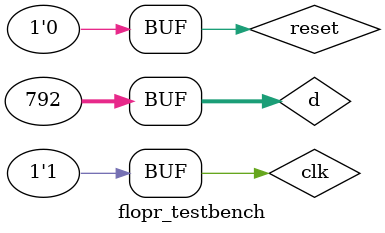
<source format=sv>
`timescale 1ns/1ps

module flopr_testbench;
logic [31:0] d, q;
logic clk, reset;

flopr flopr_dut(clk, reset, d, q);

initial
begin
clk = 0; reset = 0; d = 32'b111111;
#5; reset = 1;
#5; if(q !== 32'b0) $display("reset failed.");
clk = 1; reset = 0;
#10; if(q !== 32'b111111) $display("data load failed.");
clk = 0; d = 32'b100001;
#10; clk = 1;
#10; if(q !== 32'b100001) $display("data load failed.");
clk = 0; d = 32'b1010101010;
#10; clk = 1;
#10; if(q !== 32'b1010101010) $display("data load failed.");
clk = 0; d = 32'b11110000;
#10; clk = 1;
#10; if(q !== 32'b11110000) $display("data load failed.");
clk = 0; d = 32'b1100011000;
#10; clk = 1;
#10; if(q !== 32'b1100011000) $display("data load failed.");
clk = 0; reset = 1;
#5; if(q !== 32'b0) $display("reset failed.");
reset = 0;
#5; clk = 1;
end

initial
begin
$monitor("clk=%b reset=%b d=%b q=%b", clk, reset, d, q);
end
endmodule

</source>
